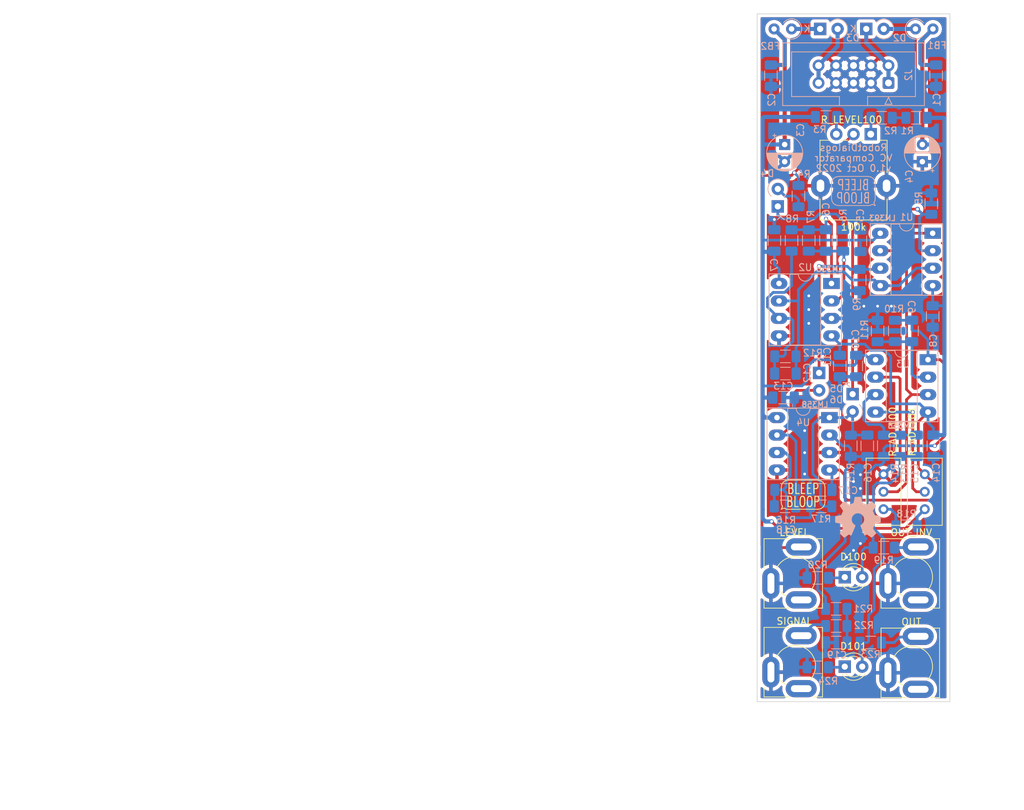
<source format=kicad_pcb>
(kicad_pcb (version 20211014) (generator pcbnew)
  (title_block (title "VC Comparator") (date "2022-10-09") (rev "1.0") (company "RobotDialogs"))
  (layers (0 "F.Cu" signal) (31 "B.Cu" signal) (34 "B.Paste" user) (35 "F.Paste" user) (36 "B.SilkS" user "B.Silkscreen") (37 "F.SilkS" user "F.Silkscreen") (38 "B.Mask" user) (39 "F.Mask" user) (44 "Edge.Cuts" user))
  (net 0 "")
  (net 1 "+12V")
  (net 2 "GND")
  (net 3 "-12V")
  (net 4 "-12VA")
  (net 5 "Net-(D3-Pad1)")
  (net 6 "+12VA")
  (net 7 "Net-(D4-Pad1)")
  (net 8 "Net-(D5-Pad1)")
  (net 9 "Net-(C15-Pad1)")
  (net 10 "Net-(C15-Pad2)")
  (net 11 "Net-(C16-Pad1)")
  (net 12 "Net-(C16-Pad2)")
  (net 13 "Net-(C18-Pad1)")
  (net 14 "Net-(C18-Pad2)")
  (net 15 "Net-(C19-Pad1)")
  (net 16 "Net-(D6-Pad1)")
  (net 17 "Net-(C6-Pad1)")
  (net 18 "Net-(C6-Pad2)")
  (net 19 "Net-(C9-Pad2)")
  (net 20 "Net-(C9-Pad1)")
  (net 21 "Net-(C12-Pad1)")
  (net 22 "Net-(C12-Pad2)")
  (net 23 "Net-(D2-Pad2)")
  (net 24 "Net-(D4-Pad2)")
  (net 25 "Net-(D100-Pad1)")
  (net 26 "Net-(D101-Pad1)")
  (net 28 "Net-(J100-PadT)")
  (net 30 "Net-(J101-PadT)")
  (net 32 "Net-(J102-PadT)")
  (net 34 "Net-(J103-PadT)")
  (net 35 "Net-(R2-Pad2)")
  (net 36 "Net-(R2-Pad1)")
  (net 37 "Net-(R3-Pad2)")
  (net 38 "Net-(R18-Pad2)")
  (net 39 "Net-(R_ADJ100-Pad2)")
  (net 40 "Net-(R_ADJ101-Pad2)")
  (footprint "My Stuff:Jack_3.5mm_MJ-355W_Vertical" (layer "F.Cu") (at 162.5 131.9)
    (fp_text reference "J101")
    (fp_text value "OUT_INV")
  )
  (footprint "Potentiometer_THT:Potentiometer_Bourns_3296W_Vertical" (layer "F.Cu") (at 158.36 116.94 90)
    (fp_text reference "R_ADJ100")
    (fp_text value "100k")
  )
  (footprint "LED_THT:LED_D3.0mm" (layer "F.Cu") (at 152.725 131.9)
    (fp_text reference "D100")
    (fp_text value "LED")
  )
  (footprint "My Stuff:Logo1" (layer "F.Cu") (at 146.65 119.9)
    (fp_text reference "LOGO101" hide)
    (fp_text value "logo1" hide)
  )
  (footprint "My Stuff:Jack_3.5mm_MJ-355W_Vertical" (layer "F.Cu") (at 162.5 144.9)
    (fp_text reference "J103")
    (fp_text value "OUT")
  )
  (footprint "My Stuff:Jack_3.5mm_MJ-355W_Vertical" (layer "F.Cu") (at 145.5 131.9)
    (fp_text reference "J100")
    (fp_text value "LEVEL")
  )
  (footprint "My Stuff:Potentiometer_Alpha_RD901F-40-00D_Single_Vertical_w_3d" (layer "F.Cu") (at 154 75 -90)
    (fp_text reference "R_LEVEL100")
    (fp_text value "100k")
  )
  (footprint "My Stuff:Jack_3.5mm_MJ-355W_Vertical" (layer "F.Cu") (at 145.5 144.8)
    (fp_text reference "J102")
    (fp_text value "SIGNAL")
  )
  (footprint "LED_THT:LED_D3.0mm" (layer "F.Cu") (at 152.725 144.9)
    (fp_text reference "D101")
    (fp_text value "LED")
  )
  (footprint "Potentiometer_THT:Potentiometer_Bourns_3296W_Vertical" (layer "F.Cu") (at 164.35 116.94 90)
    (fp_text reference "R_ADJ101")
    (fp_text value "100k")
  )
  (footprint "My Stuff:Logo2" (layer "F.Cu") (at 154 75.75)
    (fp_text reference "LOGO102" hide)
    (fp_text value "logo1" hide)
  )
  (footprint "Package_DIP:DIP-8_W7.62mm_Socket_LongPads" (layer "B.Cu") (at 164.82 100.28 180)
    (fp_text reference "U3")
    (fp_text value "LM358")
  )
  (footprint "Resistor_SMD:R_1206_3216Metric_Pad1.30x1.75mm_HandSolder" (layer "B.Cu") (at 145 82.95 90)
    (fp_text reference "R8")
    (fp_text value "100k")
  )
  (footprint "Resistor_SMD:R_1206_3216Metric_Pad1.30x1.75mm_HandSolder" (layer "B.Cu") (at 158.08 65.12)
    (fp_text reference "R2")
    (fp_text value "100k")
  )
  (footprint "Resistor_SMD:R_1206_3216Metric_Pad1.30x1.75mm_HandSolder" (layer "B.Cu") (at 156.5 141.4)
    (fp_text reference "R23")
    (fp_text value "1k")
  )
  (footprint "Capacitor_SMD:C_1206_3216Metric_Pad1.33x1.80mm_HandSolder" (layer "B.Cu") (at 155 83 -90)
    (fp_text reference "C5")
    (fp_text value "10nF")
  )
  (footprint "Capacitor_SMD:C_1206_3216Metric_Pad1.33x1.80mm_HandSolder" (layer "B.Cu") (at 163.17 112.8 90)
    (fp_text reference "C15")
    (fp_text value "10pF")
  )
  (footprint "Resistor_SMD:R_1206_3216Metric_Pad1.30x1.75mm_HandSolder" (layer "B.Cu") (at 158.4 127.6)
    (fp_text reference "R19")
    (fp_text value "1k")
  )
  (footprint "Resistor_SMD:R_1206_3216Metric_Pad1.30x1.75mm_HandSolder" (layer "B.Cu") (at 152.5 82.95 90)
    (fp_text reference "R6")
    (fp_text value "100k")
  )
  (footprint "Capacitor_SMD:C_1206_3216Metric_Pad1.33x1.80mm_HandSolder" (layer "B.Cu") (at 149.3 119.2 180)
    (fp_text reference "C17")
    (fp_text value "10nF")
  )
  (footprint "Capacitor_SMD:C_1206_3216Metric_Pad1.33x1.80mm_HandSolder" (layer "B.Cu") (at 165.6 112.8 -90)
    (fp_text reference "C14")
    (fp_text value "10nF")
  )
  (footprint "Resistor_SMD:R_1206_3216Metric_Pad1.30x1.75mm_HandSolder" (layer "B.Cu") (at 150 65)
    (fp_text reference "R3")
    (fp_text value "10k")
  )
  (footprint "Resistor_SMD:R_1206_3216Metric_Pad1.30x1.75mm_HandSolder" (layer "B.Cu") (at 154.9 88.7 90)
    (fp_text reference "R9")
    (fp_text value "100k")
  )
  (footprint "Capacitor_SMD:C_1206_3216Metric_Pad1.33x1.80mm_HandSolder" (layer "B.Cu") (at 143.84 105.79 180)
    (fp_text reference "C13")
    (fp_text value "10nF")
  )
  (footprint "Resistor_SMD:R_1206_3216Metric_Pad1.30x1.75mm_HandSolder" (layer "B.Cu") (at 163.16 65.12)
    (fp_text reference "R1")
    (fp_text value "10k")
  )
  (footprint "Capacitor_SMD:C_1206_3216Metric_Pad1.33x1.80mm_HandSolder" (layer "B.Cu") (at 150 82.95 -90)
    (fp_text reference "C6")
    (fp_text value "100nF")
  )
  (footprint "Capacitor_SMD:C_1206_3216Metric_Pad1.33x1.80mm_HandSolder" (layer "B.Cu") (at 144.1 102.3 180)
    (fp_text reference "C12")
    (fp_text value "100nF")
  )
  (footprint "Resistor_SMD:R_1206_3216Metric_Pad1.30x1.75mm_HandSolder" (layer "B.Cu") (at 146 76.5 -90)
    (fp_text reference "R4")
    (fp_text value "1k")
  )
  (footprint "Package_DIP:DIP-8_W7.62mm_Socket_LongPads" (layer "B.Cu") (at 150.5 108.7 180)
    (fp_text reference "U4")
    (fp_text value "LM358")
  )
  (footprint "Resistor_SMD:R_1206_3216Metric_Pad1.30x1.75mm_HandSolder" (layer "B.Cu") (at 147.5 82.95 -90)
    (fp_text reference "R7")
    (fp_text value "100k")
  )
  (footprint "Diode_THT:D_A-405_P2.54mm_Vertical_KathodeUp" (layer "B.Cu") (at 143 78 90)
    (fp_text reference "D4")
    (fp_text value "D")
  )
  (footprint "Resistor_SMD:R_1206_3216Metric_Pad1.30x1.75mm_HandSolder" (layer "B.Cu") (at 157.5 96.12 90)
    (fp_text reference "R11")
    (fp_text value "100k")
  )
  (footprint "Resistor_SMD:R_1206_3216Metric_Pad1.30x1.75mm_HandSolder" (layer "B.Cu") (at 160 96.1 -90)
    (fp_text reference "R10")
    (fp_text value "100k")
  )
  (footprint "Resistor_SMD:R_1206_3216Metric_Pad1.30x1.75mm_HandSolder" (layer "B.Cu") (at 148.8 145)
    (fp_text reference "R24")
    (fp_text value "1k")
  )
  (footprint "Connector_IDC:IDC-Header_2x05_P2.54mm_Vertical" (layer "B.Cu") (at 159.08 60.0525 90)
    (fp_text reference "J2")
    (fp_text value "Conn_02x05_Odd_Even")
  )
  (footprint "Diode_THT:D_A-405_P2.54mm_Vertical_KathodeUp" (layer "B.Cu") (at 149.15 52.2)
    (fp_text reference "D3")
    (fp_text value "D")
  )
  (footprint "Diode_THT:D_A-405_P2.54mm_Vertical_KathodeUp" (layer "B.Cu") (at 155.85 52.2)
    (fp_text reference "D2")
    (fp_text value "D")
  )
  (footprint "Package_DIP:DIP-8_W7.62mm_Socket_LongPads" (layer "B.Cu") (at 165.5 81.9 180)
    (fp_text reference "U1")
    (fp_text value "LM393")
  )
  (footprint "Resistor_SMD:R_1206_3216Metric_Pad1.30x1.75mm_HandSolder" (layer "B.Cu") (at 151.5 139 180)
    (fp_text reference "R22")
    (fp_text value "820")
  )
  (footprint "Capacitor_SMD:C_1206_3216Metric_Pad1.33x1.80mm_HandSolder" (layer "B.Cu") (at 142.5 82.95 -90)
    (fp_text reference "C7")
    (fp_text value "10nF")
  )
  (footprint "Resistor_SMD:R_1206_3216Metric_Pad1.30x1.75mm_HandSolder" (layer "B.Cu") (at 144.1 99.8 180)
    (fp_text reference "R12")
    (fp_text value "100k")
  )
  (footprint "Capacitor_SMD:C_1206_3216Metric_Pad1.33x1.80mm_HandSolder" (layer "B.Cu") (at 165.5 94 -90)
    (fp_text reference "C8")
    (fp_text value "10nF")
  )
  (footprint "Resistor_SMD:R_1206_3216Metric_Pad1.30x1.75mm_HandSolder" (layer "B.Cu") (at 151.5 136.5)
    (fp_text reference "R21")
    (fp_text value "100k")
  )
  (footprint "Capacitor_THT:CP_Radial_D5.0mm_P2.50mm" (layer "B.Cu") (at 144 69 -90)
    (fp_text reference "C3")
    (fp_text value "100uF")
  )
  (footprint "Resistor_SMD:R_1206_3216Metric_Pad1.30x1.75mm_HandSolder" (layer "B.Cu") (at 165.3 77.6 90)
    (fp_text reference "R5")
    (fp_text value "100k")
  )
  (footprint "Resistor_SMD:R_1206_3216Metric_Pad1.30x1.75mm_HandSolder" (layer "B.Cu") (at 161.7 124.5 180)
    (fp_text reference "R18")
    (fp_text value "100k")
  )
  (footprint "Resistor_SMD:R_1206_3216Metric_Pad1.30x1.75mm_HandSolder" (layer "B.Cu") (at 144.1 119.2 180)
    (fp_text reference "R16")
    (fp_text value "100k")
  )
  (footprint "Capacitor_SMD:C_1206_3216Metric_Pad1.33x1.80mm_HandSolder" (layer "B.Cu") (at 154.4 101.2 90)
    (fp_text reference "C10")
    (fp_text value "10nF")
  )
  (footprint "Resistor_SMD:R_1206_3216Metric_Pad1.30x1.75mm_HandSolder" (layer "B.Cu") (at 158.4 112.8 -90)
    (fp_text reference "R14")
    (fp_text value "100k")
  )
  (footprint "Symbol:OSHW-Symbol_6.7x6mm_SilkScreen" (layer "B.Cu") (at 154.65 123.2 180)
    (fp_text reference "LOGO100" hide)
    (fp_text value "Logo_Open_Hardware_Small" hide)
  )
  (footprint "Capacitor_SMD:C_1206_3216Metric_Pad1.33x1.80mm_HandSolder" (layer "B.Cu") (at 142 59 -90)
    (fp_text reference "C2")
    (fp_text value "10nF")
  )
  (footprint "Resistor_SMD:R_1206_3216Metric_Pad1.30x1.75mm_HandSolder" (layer "B.Cu") (at 148.8 132)
    (fp_text reference "R20")
    (fp_text value "1k")
  )
  (footprint "Resistor_SMD:R_1206_3216Metric_Pad1.30x1.75mm_HandSolder" (layer "B.Cu") (at 160.77 112.8 90)
    (fp_text reference "R13")
    (fp_text value "100k")
  )
  (footprint "Diode_THT:D_A-405_P2.54mm_Vertical_KathodeUp" (layer "B.Cu") (at 149 102.2 -90)
    (fp_text reference "D5")
    (fp_text value "D")
  )
  (footprint "Capacitor_SMD:C_1206_3216Metric_Pad1.33x1.80mm_HandSolder" (layer "B.Cu") (at 156 112.8 -90)
    (fp_text reference "C16")
    (fp_text value "10pF")
  )
  (footprint "Capacitor_SMD:C_1206_3216Metric_Pad1.33x1.80mm_HandSolder" (layer "B.Cu") (at 152 101.2 -90)
    (fp_text reference "C11")
    (fp_text value "10nF")
  )
  (footprint "Capacitor_SMD:C_1206_3216Metric_Pad1.33x1.80mm_HandSolder" (layer "B.Cu") (at 166 59 90)
    (fp_text reference "C1")
    (fp_text value "10nF")
  )
  (footprint "Package_DIP:DIP-8_W7.62mm_Socket_LongPads" (layer "B.Cu") (at 150.8 89.2 180)
    (fp_text reference "U2")
    (fp_text value "LM358")
  )
  (footprint "Resistor_SMD:R_1206_3216Metric_Pad1.30x1.75mm_HandSolder" (layer "B.Cu") (at 153.6 112.8 -90)
    (fp_text reference "R15")
    (fp_text value "100k")
  )
  (footprint "Capacitor_THT:CP_Radial_D5.0mm_P2.50mm" (layer "B.Cu") (at 164 71.5 90)
    (fp_text reference "C4")
    (fp_text value "100uF")
  )
  (footprint "Inductor_THT:L_Axial_L6.6mm_D2.7mm_P2.54mm_Vertical_Vishay_IM-2" (layer "B.Cu") (at 163 52.2)
    (fp_text reference "FB1")
    (fp_text value "FerriteBead")
  )
  (footprint "Resistor_SMD:R_1206_3216Metric_Pad1.30x1.75mm_HandSolder" (layer "B.Cu") (at 149.3 121.6)
    (fp_text reference "R17")
    (fp_text value "100k")
  )
  (footprint "Diode_THT:D_A-405_P2.54mm_Vertical_KathodeUp" (layer "B.Cu") (at 153.87 105.29 -90)
    (fp_text reference "D6")
    (fp_text value "D")
  )
  (footprint "Capacitor_SMD:C_1206_3216Metric_Pad1.33x1.80mm_HandSolder" (layer "B.Cu") (at 151.5 141.4 180)
    (fp_text reference "C19")
    (fp_text value "10nF")
  )
  (footprint "Inductor_THT:L_Axial_L6.6mm_D2.7mm_P2.54mm_Vertical_Vishay_IM-2" (layer "B.Cu") (at 145 52.2 180)
    (fp_text reference "FB2")
    (fp_text value "FerriteBead")
  )
  (footprint "Capacitor_SMD:C_1206_3216Metric_Pad1.33x1.80mm_HandSolder" (layer "B.Cu") (at 162.5 96.1 -90)
    (fp_text reference "C9")
    (fp_text value "10pF")
  )
  (footprint "Capacitor_SMD:C_1206_3216Metric_Pad1.33x1.80mm_HandSolder" (layer "B.Cu") (at 144.05 121.6 180)
    (fp_text reference "C18")
    (fp_text value "10pF")
  )
  (gr_rect locked (start 140 50) (end 168 150) (layer "Edge.Cuts") (width 0.1) (fill none))
  (gr_text "LM358" (at 150.5 87.1) (layer "B.SilkS") (effects (font (size 0.8 0.8)) (justify mirror)))
  (gr_text "v1.0 Oct 2022" (at 154 72.45) (layer "B.SilkS") (effects (font (size 1 1)) (justify mirror)))
  (gr_text "LM393" (at 158.2 79.7) (layer "B.SilkS") (effects (font (size 0.8 0.8)) (justify mirror)))
  (gr_text "LM358" (at 148.4 106.8) (layer "B.SilkS") (effects (font (size 0.8 0.8)) (justify mirror)))
  (gr_text "LM358" (at 160.9 109.9) (layer "B.SilkS") (effects (font (size 0.8 0.8)) (justify mirror)))
  (gr_text "RobotDialogs\n" (at 154 69.45) (layer "B.SilkS") (effects (font (size 1 1)) (justify mirror)))
  (gr_text "VC Comparator" (at 154 70.95) (layer "B.SilkS") (effects (font (size 1 1)) (justify mirror)))
  (segment (start 164.35 122.02) (end 161.57 124.8) (width 0.4) (layer "F.Cu") (net 1))
  (segment (start 144 53.74) (end 144 69) (width 0.6) (layer "F.Cu") (net 1))
  (segment (start 143.1 124.8) (end 142.1 123.8) (width 0.4) (layer "F.Cu") (net 1))
  (segment (start 161.57 124.8) (end 143.1 124.8) (width 0.4) (layer "F.Cu") (net 1))
  (segment (start 142.46 52.2) (end 144 53.74) (width 0.6) (layer "F.Cu") (net 1))
  (via (at 142.1 123.8) (size 0.6) (drill 0.4) (layers "F.Cu" "B.Cu") (net 1))
  (segment (start 143.9375 57.4375) (end 144 57.375) (width 0.6) (layer "B.Cu") (net 1))
  (segment (start 140.8 122.035021) (end 140.8 123.4) (width 0.6) (layer "B.Cu") (net 1))
  (segment (start 140.80002 108.30002) (end 140.80002 122.035001) (width 0.6) (layer "B.Cu") (net 1))
  (segment (start 140.8 123.4) (end 141.2 123.8) (width 0.6) (layer "B.Cu") (net 1))
  (segment (start 154.4 99.6375) (end 155.7625 99.6375) (width 0.4) (layer "B.Cu") (net 1))
  (segment (start 154.4 99.6375) (end 154.4 100.8) (width 0.4) (layer "B.Cu") (net 1))
  (segment (start 141 69) (end 140.80002 69.19998) (width 0.6) (layer "B.Cu") (net 1))
  (segment (start 148.3 100.3) (end 147.2 101.4) (width 0.4) (layer "B.Cu") (net 1))
  (segment (start 147.2 103.4) (end 146.5 104.1) (width 0.4) (layer "B.Cu") (net 1))
  (segment (start 147.2 101.4) (end 147.2 103.4) (width 0.4) (layer "B.Cu") (net 1))
  (segment (start 154.4 100.8) (end 154.1 101.1) (width 0.4) (layer "B.Cu") (net 1))
  (segment (start 141 65) (end 140.80002 65.19998) (width 0.6) (layer "B.Cu") (net 1))
  (segment (start 140.80002 82.89998) (end 154.99998 82.89998) (width 0.4) (layer "B.Cu") (net 1))
  (segment (start 155 82.9) (end 154.99998 82.89998) (width 0.4) (layer "B.Cu") (net 1))
  (segment (start 140.80002 105.80002) (end 140.80002 108.30002) (width 0.6) (layer "B.Cu") (net 1))
  (segment (start 150.5 100.3) (end 148.3 100.3) (width 0.4) (layer "B.Cu") (net 1))
  (segment (start 141.2 123.8) (end 142.1 123.8) (width 0.6) (layer "B.Cu") (net 1))
  (segment (start 155 84.5625) (end 155 82.9) (width 0.4) (layer "B.Cu") (net 1))
  (segment (start 154.99998 82.89998) (end 156.88002 82.89998) (width 0.4) (layer "B.Cu") (net 1))
  (segment (start 142.41252 84.59998) (end 142.5 84.5125) (width 0.6) (layer "B.Cu") (net 1))
  (segment (start 155.7625 99.6375) (end 156.405 100.28) (width 0.4) (layer "B.Cu") (net 1))
  (segment (start 140.80002 82.89998) (end 140.80002 84.59998) (width 0.6) (layer "B.Cu") (net 1))
  (segment (start 142.2775 105.79) (end 140.81004 105.79) (width 0.6) (layer "B.Cu") (net 1))
  (segment (start 144 69) (end 141 69) (width 0.6) (layer "B.Cu") (net 1))
  (segment (start 143.18 87.08) (end 142.5 86.4) (width 0.4) (layer "B.Cu") (net 1))
  (segment (start 146.5 104.1) (end 140.9 104.1) (width 0.4) (layer "B.Cu") (net 1))
  (segment (start 142.5 86.4) (end 142.5 84.5125) (width 0.4) (layer "B.Cu") (net 1))
  (segment (start 154.1 101.1) (end 151.3 101.1) (width 0.4) (layer "B.Cu") (net 1))
  (segment (start 148.45 65) (end 141 65) (width 0.6) (layer "B.Cu") (net 1))
  (segment (start 163.25 123.12) (end 164.35 122.02) (width 0.4) (layer "B.Cu") (net 1))
  (segment (start 143.18 89.2) (end 143.18 87.08) (width 0.4) (layer "B.Cu") (net 1))
  (segment (start 141.2 108.7) (end 142.88 108.7) (width 0.6) (layer "B.Cu") (net 1))
  (segment (start 163.25 124.5) (end 163.25 123.12) (width 0.4) (layer "B.Cu") (net 1))
  (segment (start 144 57.375) (end 144 53.74) (width 0.6) (layer "B.Cu") (net 1))
  (segment (start 151.3 101.1) (end 150.5 100.3) (width 0.4) (layer "B.Cu") (net 1))
  (segment (start 140.80002 122.035001) (end 140.8 122.035021) (width 0.6) (layer "B.Cu") (net 1))
  (segment (start 142 57.4375) (end 143.9375 57.4375) (width 0.6) (layer "B.Cu") (net 1))
  (segment (start 140.80002 84.59998) (end 140.80002 104.00002) (width 0.6) (layer "B.Cu") (net 1))
  (segment (start 156.405 100.28) (end 157.2 100.28) (width 0.4) (layer "B.Cu") (net 1))
  (segment (start 140.80002 65.19998) (end 140.80002 69.19998) (width 0.6) (layer "B.Cu") (net 1))
  (segment (start 156.88002 82.89998) (end 157.88 81.9) (width 0.4) (layer "B.Cu") (net 1))
  (segment (start 140.80002 108.30002) (end 141.2 108.7) (width 0.6) (layer "B.Cu") (net 1))
  (segment (start 140.80002 104.00002) (end 140.80002 105.80002) (width 0.6) (layer "B.Cu") (net 1))
  (segment (start 140.81004 105.79) (end 140.80002 105.80002) (width 0.6) (layer "B.Cu") (net 1))
  (segment (start 140.9 104.1) (end 140.80002 104.00002) (width 0.4) (layer "B.Cu") (net 1))
  (segment (start 142.46 52.2) (end 144 53.74) (width 0.6) (layer "B.Cu") (net 1))
  (segment (start 140.80002 84.59998) (end 142.41252 84.59998) (width 0.6) (layer "B.Cu") (net 1))
  (segment (start 140.80002 69.19998) (end 140.80002 82.89998) (width 0.6) (layer "B.Cu") (net 1))
  (via (at 155 119) (size 0.7) (drill 0.4) (layers "F.Cu" "B.Cu") (net 2))
  (via (at 147.5 93) (size 0.7) (drill 0.4) (layers "F.Cu" "B.Cu") (net 2))
  (via (at 142.5 79.9) (size 0.7) (drill 0.4) (layers "F.Cu" "B.Cu") (net 2))
  (via (at 159.5 92.5) (size 0.7) (drill 0.4) (layers "F.Cu" "B.Cu") (net 2))
  (via (at 153 129) (size 0.7) (drill 0.4) (layers "F.Cu" "B.Cu") (net 2))
  (via (at 154 118) (size 0.7) (drill 0.4) (layers "F.Cu" "B.Cu") (net 2))
  (via (at 155 117) (size 0.7) (drill 0.4) (layers "F.Cu" "B.Cu") (net 2))
  (via (at 146.9 113.8) (size 0.7) (drill 0.4) (layers "F.Cu" "B.Cu") (net 2))
  (via (at 147.5 91) (size 0.7) (drill 0.4) (layers "F.Cu" "B.Cu") (net 2))
  (via (at 155.5 92.5) (size 0.7) (drill 0.4) (layers "F.Cu" "B.Cu") (net 2))
  (via (at 147.5 95) (size 0.7) (drill 0.4) (layers "F.Cu" "B.Cu") (net 2))
  (via (at 155 127) (size 0.7) (drill 0.4) (layers "F.Cu" "B.Cu") (net 2))
  (via (at 146.9 110.6) (size 0.7) (drill 0.4) (layers "F.Cu" "B.Cu") (net 2))
  (via (at 154 128) (size 0.7) (drill 0.4) (layers "F.Cu" "B.Cu") (net 2))
  (via (at 146.9 116.9) (size 0.7) (drill 0.4) (layers "F.Cu" "B.Cu") (net 2))
  (via (at 157.5 92.5) (size 0.7) (drill 0.4) (layers "F.Cu" "B.Cu") (net 2))
  (segment (start 164.35 116.94) (end 163.41 116) (width 0.4) (layer "F.Cu") (net 3))
  (segment (start 164.35 116.94) (end 166 118.59) (width 0.4) (layer "F.Cu") (net 3))
  (segment (start 152.02 116.32) (end 152.6 116.9) (width 0.4) (layer "F.Cu") (net 3))
  (segment (start 152.7 117) (end 152.7 120.3) (width 0.4) (layer "F.Cu") (net 3))
  (segment (start 166 119.9) (end 165.2 120.7) (width 0.4) (layer "F.Cu") (net 3))
  (segment (start 153.1 120.7) (end 152.7 120.3) (width 0.4) (layer "F.Cu") (net 3))
  (segment (start 152.6 116.9) (end 152.7 117) (width 0.4) (layer "F.Cu") (net 3))
  (segment (start 163.41 109.31) (end 164.82 107.9) (width 0.4) (layer "F.Cu") (net 3))
  (segment (start 150.5 116.32) (end 152.02 116.32) (width 0.4) (layer "F.Cu") (net 3))
  (segment (start 163.41 116) (end 163.41 109.31) (width 0.4) (layer "F.Cu") (net 3))
  (segment (start 166 118.59) (end 166 119.9) (width 0.4) (layer "F.Cu") (net 3))
  (segment (start 165.2 120.7) (end 153.1 120.7) (width 0.4) (layer "F.Cu") (net 3))
  (segment (start 164 53.74) (end 165.54 52.2) (width 0.6) (layer "F.Cu") (net 3))
  (segment (start 164 69) (end 164 53.74) (width 0.6) (layer "F.Cu") (net 3))
  (segment (start 152 99.6375) (end 152 98.02) (width 0.4) (layer "B.Cu") (net 3))
  (segment (start 164.71 65.12) (end 167.12 65.12) (width 0.6) (layer "B.Cu") (net 3))
  (segment (start 167 69) (end 167.19998 68.80002) (width 0.6) (layer "B.Cu") (net 3))
  (segment (start 167.12 65.12) (end 167.19998 65.19998) (width 0.6) (layer "B.Cu") (net 3))
  (segment (start 156.5 98.9) (end 158.5 98.9) (width 0.4) (layer "B.Cu") (net 3))
  (segment (start 159.4 106.7) (end 163.62 106.7) (width 0.4) (layer "B.Cu") (net 3))
  (segment (start 150.8625 116.6825) (end 150.5 116.32) (width 0.4) (layer "B.Cu") (net 3))
  (segment (start 167.19998 65.19998) (end 167.19998 68.80002) (width 0.6) (layer "B.Cu") (net 3))
  (segment (start 163.62 106.7) (end 164.82 107.9) (width 0.4) (layer "B.Cu") (net 3))
  (segment (start 155.62 98.02) (end 156.5 98.9) (width 0.4) (layer "B.Cu") (net 3))
  (segment (start 167.19998 92.30002) (end 167.19998 111.19998) (width 0.6) (layer "B.Cu") (net 3))
  (segment (start 165.5 92.4375) (end 165.5 89.52) (width 0.4) (layer "B.Cu") (net 3))
  (segment (start 159.4 99.8) (end 159.4 106.7) (width 0.4) (layer "B.Cu") (net 3))
  (segment (start 165.5 92.4375) (end 167.0625 92.4375) (width 0.4) (layer "B.Cu") (net 3))
  (segment (start 167.0625 92.4375) (end 167.19998 92.30002) (width 0.4) (layer "B.Cu") (net 3))
  (segment (start 165.54 52.2) (end 163.7 54.04) (width 0.6) (layer "B.Cu") (net 3))
  (segment (start 165.6 110.2) (end 164.82 109.42) (width 0.4) (layer "B.Cu") (net 3))
  (segment (start 167.19998 68.80002) (end 167.19998 92.30002) (width 0.6) (layer "B.Cu") (net 3))
  (segment (start 165.6 111.2375) (end 165.6 110.2) (width 0.4) (layer "B.Cu") (net 3))
  (segment (start 165.6 111.2375) (end 167.16246 111.2375) (width 0.6) (layer "B.Cu") (net 3))
  (segment (start 167.16246 111.2375) (end 167.19998 111.19998) (width 0.4) (layer "B.Cu") (net 3))
  (segment (start 150.8625 119.2) (end 150.8625 116.6825) (width 0.4) (layer "B.Cu") (net 3))
  (segment (start 163.9375 57.4375) (end 163.7 57.2) (width 0.6) (layer "B.Cu") (net 3))
  (segment (start 163.7 54.04) (end 163.7 57.2) (width 0.6) (layer "B.Cu") (net 3))
  (segment (start 152 98.02) (end 155.62 98.02) (width 0.4) (layer "B.Cu") (net 3))
  (segment (start 164 69) (end 167 69) (width 0.6) (layer "B.Cu") (net 3))
  (segment (start 152 98.02) (end 150.8 96.82) (width 0.4) (layer "B.Cu") (net 3))
  (segment (start 158.5 98.9) (end 159.4 99.8) (width 0.4) (layer "B.Cu") (net 3))
  (segment (start 164.82 109.42) (end 164.82 107.9) (width 0.4) (layer "B.Cu") (net 3))
  (segment (start 166 57.4375) (end 163.9375 57.4375) (width 0.6) (layer "B.Cu") (net 3))
  (segment (start 155.85 54.23) (end 159.08 57.46) (width 0.6) (layer "B.Cu") (net 4))
  (segment (start 159.08 60) (end 159.08 57.46) (width 0.6) (layer "B.Cu") (net 4))
  (segment (start 155.85 52.2) (end 155.85 54.23) (width 0.6) (layer "B.Cu") (net 4))
  (segment (start 149.15 52.2) (end 145 52.2) (width 0.6) (layer "B.Cu") (net 5))
  (segment (start 148.92 60) (end 148.92 57.46) (width 0.6) (layer "B.Cu") (net 6))
  (segment (start 151.69 52.2) (end 151.69 54.69) (width 0.6) (layer "B.Cu") (net 6))
  (segment (start 151.69 54.69) (end 148.92 57.46) (width 0.6) (layer "B.Cu") (net 6))
  (segment (start 148.3 79.8) (end 149 79.1) (width 0.4) (layer "B.Cu") (net 7))
  (segment (start 143 78) (end 143 79.2) (width 0.4) (layer "B.Cu") (net 7))
  (segment (start 143 79.2) (end 143.6 79.8) (width 0.4) (layer "B.Cu") (net 7))
  (segment (start 152.5 80.1) (end 152.5 81.4) (width 0.4) (layer "B.Cu") (net 7))
  (segment (start 151.5 79.1) (end 152.5 80.1) (width 0.4) (layer "B.Cu") (net 7))
  (segment (start 143.6 79.8) (end 148.3 79.8) (width 0.4) (layer "B.Cu") (net 7))
  (segment (start 149 79.1) (end 151.5 79.1) (width 0.4) (layer "B.Cu") (net 7))
  (segment (start 149 102.2) (end 149 86.7) (width 0.4) (layer "F.Cu") (net 8))
  (via (at 149 86.7) (size 0.6) (drill 0.4) (layers "F.Cu" "B.Cu") (net 8))
  (segment (start 154.9 87.15) (end 157.71 87.15) (width 0.4) (layer "B.Cu") (net 8))
  (segment (start 149 86.7) (end 153.1 86.7) (width 0.4) (layer "B.Cu") (net 8))
  (segment (start 153.55 87.15) (end 154.9 87.15) (width 0.4) (layer "B.Cu") (net 8))
  (segment (start 157.71 87.15) (end 157.88 86.98) (width 0.4) (layer "B.Cu") (net 8))
  (segment (start 153.1 86.7) (end 153.55 87.15) (width 0.4) (layer "B.Cu") (net 8))
  (segment (start 160.77 103.07) (end 160.52 102.82) (width 0.4) (layer "F.Cu") (net 9))
  (segment (start 160.52 102.82) (end 157.2 102.82) (width 0.4) (layer "F.Cu") (net 9))
  (segment (start 160.77 115.77) (end 160.77 103.07) (width 0.4) (layer "F.Cu") (net 9))
  (via (at 160.77 115.77) (size 0.6) (drill 0.4) (layers "F.Cu" "B.Cu") (net 9))
  (segment (start 156.9 118.7) (end 157.4 118.2) (width 0.4) (layer "B.Cu") (net 9))
  (segment (start 160.77 114.35) (end 163.1575 114.35) (width 0.4) (layer "B.Cu") (net 9))
  (segment (start 155.265 143.565) (end 154.9 143.2) (width 0.4) (layer "B.Cu") (net 9))
  (segment (start 158.4 129.3) (end 158.4 126.3) (width 0.4) (layer "B.Cu") (net 9))
  (segment (start 156.2 141.2) (end 156.2 137.4) (width 0.4) (layer "B.Cu") (net 9))
  (segment (start 156 141.4) (end 156.2 141.2) (width 0.4) (layer "B.Cu") (net 9))
  (segment (start 154.9 141.45) (end 154.95 141.4) (width 0.4) (layer "B.Cu") (net 9))
  (segment (start 157.4 118.2) (end 159.4 118.2) (width 0.4) (layer "B.Cu") (net 9))
  (segment (start 160.77 115.77) (end 160.77 114.35) (width 0.4) (layer "B.Cu") (net 9))
  (segment (start 156.2 137.4) (end 157 136.6) (width 0.4) (layer "B.Cu") (net 9))
  (segment (start 157 130.7) (end 158.4 129.3) (width 0.4) (layer "B.Cu") (net 9))
  (segment (start 159.4 118.2) (end 160.77 116.83) (width 0.4) (layer "B.Cu") (net 9))
  (segment (start 156.9 124.8) (end 156.9 118.7) (width 0.4) (layer "B.Cu") (net 9))
  (segment (start 160.77 116.83) (end 160.77 115.77) (width 0.4) (layer "B.Cu") (net 9))
  (segment (start 158.4 126.3) (end 156.9 124.8) (width 0.4) (layer "B.Cu") (net 9))
  (segment (start 154.95 141.4) (end 156 141.4) (width 0.4) (layer "B.Cu") (net 9))
  (segment (start 157 136.6) (end 157 130.7) (width 0.4) (layer "B.Cu") (net 9))
  (segment (start 154.9 143.2) (end 154.9 141.45) (width 0.4) (layer "B.Cu") (net 9))
  (segment (start 155.265 145) (end 155.265 143.565) (width 0.4) (layer "B.Cu") (net 9))
  (segment (start 163.1575 114.35) (end 163.17 114.3625) (width 0.4) (layer "B.Cu") (net 9))
  (segment (start 156.64 105.36) (end 155.5 106.5) (width 0.4) (layer "B.Cu") (net 10))
  (segment (start 156.2 109.7) (end 157.9 109.7) (width 0.4) (layer "B.Cu") (net 10))
  (segment (start 163.17 111.2375) (end 158.4125 111.2375) (width 0.4) (layer "B.Cu") (net 10))
  (segment (start 155.5 109) (end 156.2 109.7) (width 0.4) (layer "B.Cu") (net 10))
  (segment (start 158.4 110.2) (end 157.9 109.7) (width 0.4) (layer "B.Cu") (net 10))
  (segment (start 158.4 111.25) (end 158.4 110.2) (width 0.4) (layer "B.Cu") (net 10))
  (segment (start 157.2 105.36) (end 156.64 105.36) (width 0.4) (layer "B.Cu") (net 10))
  (segment (start 155.5 106.5) (end 155.5 109) (width 0.4) (layer "B.Cu") (net 10))
  (segment (start 158.4125 111.2375) (end 158.4 111.25) (width 0.4) (layer "B.Cu") (net 10))
  (segment (start 153.6 111.25) (end 153.87 110.98) (width 0.4) (layer "B.Cu") (net 11))
  (segment (start 150.85 121.6) (end 149.6 121.6) (width 0.4) (layer "B.Cu") (net 11))
  (segment (start 148.1 109.7) (end 149.1 108.7) (width 0.4) (layer "B.Cu") (net 11))
  (segment (start 153.87 107.83) (end 153.87 110.98) (width 0.4) (layer "B.Cu") (net 11))
  (segment (start 156 111.2375) (end 153.6125 111.2375) (width 0.4) (layer "B.Cu") (net 11))
  (segment (start 149.6 121.6) (end 149.2 121.2) (width 0.4) (layer "B.Cu") (net 11))
  (segment (start 149.1 108.7) (end 150.5 108.7) (width 0.4) (layer "B.Cu") (net 11))
  (segment (start 153 108.7) (end 153.87 107.83) (width 0.4) (layer "B.Cu") (net 11))
  (segment (start 148.1 116.9) (end 148.1 109.7) (width 0.4) (layer "B.Cu") (net 11))
  (segment (start 149.2 121.2) (end 149.2 118) (width 0.4) (layer "B.Cu") (net 11))
  (segment (start 150.5 108.7) (end 153 108.7) (width 0.4) (layer "B.Cu") (net 11))
  (segment (start 149.2 118) (end 148.1 116.9) (width 0.4) (layer "B.Cu") (net 11))
  (segment (start 152.8 116.4) (end 153.4 115.8) (width 0.4) (layer "B.Cu") (net 12))
  (segment (start 153.2 112.8) (end 152.4 112.8) (width 0.4) (layer "B.Cu") (net 12))
  (segment (start 153.6125 114.3625) (end 153.6 114.35) (width 0.4) (layer "B.Cu") (net 12))
  (segment (start 153.6 114.35) (end 153.6 113.2) (width 0.4) (layer "B.Cu") (net 12))
  (segment (start 148.8 130.7) (end 152.8 126.7) (width 0.4) (layer "B.Cu") (net 12))
  (segment (start 148.8 133.7) (end 148.8 130.7) (width 0.4) (layer "B.Cu") (net 12))
  (segment (start 153.4 115.8) (end 153.4 114.55) (width 0.4) (layer "B.Cu") (net 12))
  (segment (start 149.95 136.5) (end 149.95 134.85) (width 0.4) (layer "B.Cu") (net 12))
  (segment (start 150.5 111.24) (end 150.84 111.24) (width 0.4) (layer "B.Cu") (net 12))
  (segment (start 153.6 113.2) (end 153.2 112.8) (width 0.4) (layer "B.Cu") (net 12))
  (segment (start 149.95 134.85) (end 148.8 133.7) (width 0.4) (layer "B.Cu") (net 12))
  (segment (start 152.8 126.7) (end 152.8 116.4) (width 0.4) (layer "B.Cu") (net 12))
  (segment (start 156 114.3625) (end 153.6125 114.3625) (width 0.4) (layer "B.Cu") (net 12))
  (segment (start 150.84 111.24) (end 152.4 112.8) (width 0.4) (layer "B.Cu") (net 12))
  (segment (start 153.4 114.55) (end 153.6 114.35) (width 0.4) (layer "B.Cu") (net 12))
  (segment (start 144.9 105.6) (end 145.76 104.74) (width 0.4) (layer "F.Cu") (net 13))
  (segment (start 143.56 111.24) (end 144.9 109.9) (width 0.4) (layer "F.Cu") (net 13))
  (segment (start 144.9 109.9) (end 144.9 105.6) (width 0.4) (layer "F.Cu") (net 13))
  (segment (start 142.88 111.24) (end 143.56 111.24) (width 0.4) (layer "F.Cu") (net 13))
  (segment (start 145.76 104.74) (end 149 104.74) (width 0.4) (layer "F.Cu") (net 13))
  (segment (start 145.6125 119.2375) (end 145.65 119.2) (width 0.4) (layer "B.Cu") (net 13))
  (segment (start 145.65 119.2) (end 145.65 112.15) (width 0.4) (layer "B.Cu") (net 13))
  (segment (start 144.74 111.24) (end 142.88 111.24) (width 0.4) (layer "B.Cu") (net 13))
  (segment (start 145.65 112.15) (end 144.74 111.24) (width 0.4) (layer "B.Cu") (net 13))
  (segment (start 145.6125 121.6) (end 145.6125 119.2375) (width 0.4) (layer "B.Cu") (net 13))
  (segment (start 143.8 119.2) (end 144.2 118.8) (width 0.4) (layer "B.Cu") (net 14))
  (segment (start 142.4875 119.2625) (end 142.55 119.2) (width 0.4) (layer "B.Cu") (net 14))
  (segment (start 144.25 123.25) (end 144.25 119.65) (width 0.4) (layer "B.Cu") (net 14))
  (segment (start 144.08 113.78) (end 144.8 114.5) (width 0.4) (layer "B.Cu") (net 14))
  (segment (start 142.88 113.78) (end 144.08 113.78) (width 0.4) (layer "B.Cu") (net 14))
  (segment (start 144.2 118.8) (end 144.2 117.8) (width 0.4) (layer "B.Cu") (net 14))
  (segment (start 144.8 117.2) (end 144.8 114.5) (width 0.4) (layer "B.Cu") (net 14))
  (segment (start 142.55 119.2) (end 143.8 119.2) (width 0.4) (layer "B.Cu") (net 14))
  (segment (start 147.75 123.25) (end 144.25 123.25) (width 0.4) (layer "B.Cu") (net 14))
  (segment (start 144.2 117.8) (end 144.8 117.2) (width 0.4) (layer "B.Cu") (net 14))
  (segment (start 147.75 121.6) (end 147.75 123.25) (width 0.4) (layer "B.Cu") (net 14))
  (segment (start 142.4875 121.6) (end 142.4875 119.2625) (width 0.4) (layer "B.Cu") (net 14))
  (segment (start 144.25 119.65) (end 143.8 119.2) (width 0.4) (layer "B.Cu") (net 14))
  (segment (start 153.0625 139.0125) (end 153.05 139) (width 0.4) (layer "B.Cu") (net 15))
  (segment (start 153.0625 141.4) (end 153.0625 139.0125) (width 0.4) (layer "B.Cu") (net 15))
  (segment (start 153.05 139) (end 153.05 136.5) (width 0.4) (layer "B.Cu") (net 15))
  (segment (start 163.3 78.4) (end 155.3 78.4) (width 0.4) (layer "F.Cu") (net 16))
  (segment (start 153.87 105.29) (end 153.87 79.83) (width 0.4) (layer "F.Cu") (net 16))
  (segment (start 155.3 78.4) (end 153.9 79.8) (width 0.4) (layer "F.Cu") (net 16))
  (segment (start 153.87 79.83) (end 153.9 79.8) (width 0.4) (layer "F.Cu") (net 16))
  (via (at 163.3 78.4) (size 0.7) (drill 0.4) (layers "F.Cu" "B.Cu") (net 16))
  (segment (start 163.94 84.44) (end 163.6 84.1) (width 0.4) (layer "B.Cu") (net 16))
  (segment (start 163.6 84.1) (end 163.6 79.6) (width 0.4) (layer "B.Cu") (net 16))
  (segment (start 165.5 84.44) (end 163.94 84.44) (width 0.4) (layer "B.Cu") (net 16))
  (segment (start 163.6 79.6) (end 164.05 79.15) (width 0.4) (layer "B.Cu") (net 16))
  (segment (start 164.05 79.15) (end 165.3 79.15) (width 0.4) (layer "B.Cu") (net 16))
  (segment (start 164.05 79.15) (end 163.3 78.4) (width 0.4) (layer "B.Cu") (net 16))
  (segment (start 150.8 80.6) (end 150 79.8) (width 0.4) (layer "F.Cu") (net 17))
  (segment (start 150.8 89.2) (end 150.8 80.6) (width 0.4) (layer "F.Cu") (net 17))
  (via (at 150 79.8) (size 0.6) (drill 0.4) (layers "F.Cu" "B.Cu") (net 17))
  (segment (start 150 81.3875) (end 145.0125 81.3875) (width 0.4) (layer "B.Cu") (net 17))
  (segment (start 150 79.8) (end 150 81.3875) (width 0.4) (layer "B.Cu") (net 17))
  (segment (start 145.0125 81.3875) (end 145 81.4) (width 0.4) (layer "B.Cu") (net 17))
  (segment (start 151.6 91.74) (end 152.6 90.74) (width 0.4) (layer "F.Cu") (net 18))
  (segment (start 152.6 90.74) (end 152.6 85.8) (width 0.4) (layer "F.Cu") (net 18))
  (segment (start 150.8 91.74) (end 151.6 91.74) (width 0.4) (layer "F.Cu") (net 18))
  (via (at 152.6 85.8) (size 0.6) (drill 0.4) (layers "F.Cu" "B.Cu") (net 18))
  (segment (start 152.6 84.6) (end 152.5 84.5) (width 0.4) (layer "B.Cu") (net 18))
  (segment (start 152.6 85.8) (end 152.6 84.6) (width 0.4) (layer "B.Cu") (net 18))
  (segment (start 147.5 84.5) (end 152.5 84.5) (width 0.4) (layer "B.Cu") (net 18))
  (segment (start 162.5 102.4) (end 162.92 102.82) (width 0.4) (layer "B.Cu") (net 19))
  (segment (start 162.5 97.6625) (end 162.5 102.4) (width 0.4) (layer "B.Cu") (net 19))
  (segment (start 162.92 102.82) (end 164.82 102.82) (width 0.4) (layer "B.Cu") (net 19))
  (segment (start 157.5 97.67) (end 162.4925 97.67) (width 0.4) (layer "B.Cu") (net 19))
  (segment (start 162.4925 97.67) (end 162.5 97.6625) (width 0.4) (layer "B.Cu") (net 19))
  (segment (start 167.2 111.4) (end 167.2 100.9) (width 0.4) (layer "F.Cu") (net 20))
  (segment (start 165.8 112.8) (end 167.2 111.4) (width 0.4) (layer "F.Cu") (net 20))
  (segment (start 166.58 100.28) (end 164.82 100.28) (width 0.4) (layer "F.Cu") (net 20))
  (segment (start 167.2 100.9) (end 166.58 100.28) (width 0.4) (layer "F.Cu") (net 20))
  (via (at 165.8 112.8) (size 0.6) (drill 0.4) (layers "F.Cu" "B.Cu") (net 20))
  (segment (start 158.4 114.35) (end 158.4 113.2) (width 0.4) (layer "B.Cu") (net 20))
  (segment (start 158.4 113.2) (end 158.8 112.8) (width 0.4) (layer "B.Cu") (net 20))
  (segment (start 158.4 115.2) (end 158.4 114.35) (width 0.4) (layer "B.Cu") (net 20))
  (segment (start 157.2 115.6) (end 158 115.6) (width 0.4) (layer "B.Cu") (net 20))
  (segment (start 158 115.6) (end 158.4 115.2) (width 0.4) (layer "B.Cu") (net 20))
  (segment (start 155.7 127.6) (end 156.85 127.6) (width 0.4) (layer "B.Cu") (net 20))
  (segment (start 164.82 100.28) (end 164.82 97.42) (width 0.4) (layer "B.Cu") (net 20))
  (segment (start 162.4875 94.55) (end 162.5 94.5375) (width 0.4) (layer "B.Cu") (net 20))
  (segment (start 160 94.55) (end 162.4875 94.55) (width 0.4) (layer "B.Cu") (net 20))
  (segment (start 162.5 95.9) (end 162.5 94.5375) (width 0.4) (layer "B.Cu") (net 20))
  (segment (start 155.265 132) (end 155.265 128.035) (width 0.4) (layer "B.Cu") (net 20))
  (segment (start 156 125.2) (end 156 116.8) (width 0.4) (layer "B.Cu") (net 20))
  (segment (start 162.7 96.1) (end 162.5 95.9) (width 0.4) (layer "B.Cu") (net 20))
  (segment (start 155.265 128.035) (end 155.7 127.6) (width 0.4) (layer "B.Cu") (net 20))
  (segment (start 163.5 96.1) (end 162.7 96.1) (width 0.4) (layer "B.Cu") (net 20))
  (segment (start 164.82 97.42) (end 163.5 96.1) (width 0.4) (layer "B.Cu") (net 20))
  (segment (start 156 116.8) (end 157.2 115.6) (width 0.4) (layer "B.Cu") (net 20))
  (segment (start 158.8 112.8) (end 165.8 112.8) (width 0.4) (layer "B.Cu") (net 20))
  (segment (start 156.85 127.6) (end 156.85 126.05) (width 0.4) (layer "B.Cu") (net 20))
  (segment (start 156.85 126.05) (end 156 125.2) (width 0.4) (layer "B.Cu") (net 20))
  (segment (start 152.6 87.5) (end 148.6 87.5) (width 0.4) (layer "B.Cu") (net 21))
  (segment (start 157.06 88.7) (end 153.8 88.7) (width 0.4) (layer "B.Cu") (net 21))
  (segment (start 145.96 91.74) (end 146 91.7) (width 0.4) (layer "B.Cu") (net 21))
  (segment (start 145.65 98.45) (end 146 98.1) (width 0.4) (layer "B.Cu") (net 21))
  (segment (start 163.12 86.98) (end 165.5 86.98) (width 0.4) (layer "B.Cu") (net 21))
  (segment (start 146 91.7) (end 146 98.1) (width 0.4) (layer "B.Cu") (net 21))
  (segment (start 157.88 89.52) (end 157.06 88.7) (width 0.4) (layer "B.Cu") (net 21))
  (segment (start 143.18 91.74) (end 145.96 91.74) (width 0.4) (layer "B.Cu") (net 21))
  (segment (start 146 90.1) (end 146 91.7) (width 0.4) (layer "B.Cu") (net 21))
  (segment (start 145.6625 99.8125) (end 145.65 99.8) (width 0.4) (layer "B.Cu") (net 21))
  (segment (start 145.65 99.8) (end 145.65 98.45) (width 0.4) (layer "B.Cu") (net 21))
  (segment (start 148.6 87.5) (end 146 90.1) (width 0.4) (layer "B.Cu") (net 21))
  (segment (start 157.88 89.52) (end 160.58 89.52) (width 0.4) (layer "B.Cu") (net 21))
  (segment (start 145.6625 102.3) (end 145.6625 99.8125) (width 0.4) (layer "B.Cu") (net 21))
  (segment (start 160.58 89.52) (end 163.12 86.98) (width 0.4) (layer "B.Cu") (net 21))
  (segment (start 153.8 88.7) (end 152.6 87.5) (width 0.4) (layer "B.Cu") (net 21))
  (segment (start 145 89.5) (end 144 90.5) (width 0.4) (layer "B.Cu") (net 22))
  (segment (start 142.5375 99.8125) (end 142.55 99.8) (width 0.4) (layer "B.Cu") (net 22))
  (segment (start 141.5 92.6) (end 143.18 94.28) (width 0.4) (layer "B.Cu") (net 22))
  (segment (start 144.1 98.7) (end 145.2 97.6) (width 0.4) (layer "B.Cu") (net 22))
  (segment (start 145.2 97.6) (end 145.2 94.6) (width 0.4) (layer "B.Cu") (net 22))
  (segment (start 142.323623 90.5) (end 141.5 91.323623) (width 0.4) (layer "B.Cu") (net 22))
  (segment (start 145.2 94.6) (end 144.88 94.28) (width 0.4) (layer "B.Cu") (net 22))
  (segment (start 142.5375 102.3) (end 142.5375 99.8125) (width 0.4) (layer "B.Cu") (net 22))
  (segment (start 144.1 99.5) (end 144.1 98.7) (width 0.4) (layer "B.Cu") (net 22))
  (segment (start 145 84.5) (end 145 89.5) (width 0.4) (layer "B.Cu") (net 22))
  (segment (start 144.88 94.28) (end 143.18 94.28) (width 0.4) (layer "B.Cu") (net 22))
  (segment (start 142.55 99.8) (end 143.8 99.8) (width 0.4) (layer "B.Cu") (net 22))
  (segment (start 143.8 99.8) (end 144.1 99.5) (width 0.4) (layer "B.Cu") (net 22))
  (segment (start 141.5 91.323623) (end 141.5 92.6) (width 0.4) (layer "B.Cu") (net 22))
  (segment (start 144 90.5) (end 142.323623 90.5) (width 0.4) (layer "B.Cu") (net 22))
  (segment (start 158.39 52.2) (end 163 52.2) (width 0.6) (layer "B.Cu") (net 23))
  (segment (start 146 77) (end 146 78.05) (width 0.4) (layer "B.Cu") (net 24))
  (segment (start 144.04 76.5) (end 145.5 76.5) (width 0.4) (layer "B.Cu") (net 24))
  (segment (start 143 75.46) (end 144.04 76.5) (width 0.4) (layer "B.Cu") (net 24))
  (segment (start 145.5 76.5) (end 146 77) (width 0.4) (layer "B.Cu") (net 24))
  (segment (start 152.725 132) (end 150.35 132) (width 0.4) (layer "B.Cu") (net 25))
  (segment (start 150.35 145) (end 152.725 145) (width 0.4) (layer "B.Cu") (net 26))
  (segment (start 141.1 127.6) (end 146.4 127.6) (width 0.4) (layer "F.Cu") (net 28))
  (segment (start 140.70002 73.5) (end 140.70002 127.20002) (width 0.4) (layer "F.Cu") (net 28))
  (segment (start 145 73.5) (end 140.70002 73.5) (width 0.4) (layer "F.Cu") (net 28))
  (segment (start 153.951663 67.5) (end 154 67.5) (width 0.4) (layer "F.Cu") (net 28))
  (segment (start 140.70002 127.20002) (end 141.1 127.6) (width 0.4) (layer "F.Cu") (net 28))
  (segment (start 145.4 73.1) (end 145 73.5) (width 0.4) (layer "F.Cu") (net 28))
  (segment (start 151.951663 69.5) (end 153.951663 67.5) (width 0.4) (layer "F.Cu") (net 28))
  (segment (start 149 69.5) (end 151.951663 69.5) (width 0.4) (layer "F.Cu") (net 28))
  (segment (start 145.4 73.1) (end 149 69.5) (width 0.4) (layer "F.Cu") (net 28))
  (via (at 145.4 73.1) (size 0.6) (drill 0.4) (layers "F.Cu" "B.Cu") (net 28))
  (segment (start 146 74.95) (end 146 73.7) (width 0.4) (layer "B.Cu") (net 28))
  (segment (start 146 73.7) (end 145.4 73.1) (width 0.4) (layer "B.Cu") (net 28))
  (segment (start 159.95 127.6) (end 163.4 127.6) (width 0.4) (layer "B.Cu") (net 30))
  (segment (start 148.1 138.8) (end 149.75 138.8) (width 0.4) (layer "B.Cu") (net 32))
  (segment (start 149.75 138.8) (end 149.95 139) (width 0.4) (layer "B.Cu") (net 32))
  (segment (start 146.4 140.5) (end 148.1 138.8) (width 0.4) (layer "B.Cu") (net 32))
  (segment (start 160.7 140.6) (end 163.4 140.6) (width 0.4) (layer "B.Cu") (net 34))
  (segment (start 159.9 141.4) (end 160.7 140.6) (width 0.4) (layer "B.Cu") (net 34))
  (segment (start 158.05 141.4) (end 159.9 141.4) (width 0.4) (layer "B.Cu") (net 34))
  (segment (start 159.63 65.12) (end 161.61 65.12) (width 0.4) (layer "B.Cu") (net 35))
  (segment (start 156.53 65.12) (end 156.53 67.47) (width 0.4) (layer "B.Cu") (net 36))
  (segment (start 156.53 67.47) (end 156.5 67.5) (width 0.4) (layer "B.Cu") (net 36))
  (segment (start 151.5 65.05) (end 151.55 65) (width 0.4) (layer "B.Cu") (net 37))
  (segment (start 151.5 67.5) (end 151.5 65.05) (width 0.4) (layer "B.Cu") (net 37))
  (segment (start 159.42 122.02) (end 158.36 122.02) (width 0.4) (layer "B.Cu") (net 38))
  (segment (start 160.15 122.75) (end 159.42 122.02) (width 0.4) (layer "B.Cu") (net 38))
  (segment (start 160.15 124.5) (end 160.15 122.75) (width 0.4) (layer "B.Cu") (net 38))
  (segment (start 161.7 84) (end 161.2 83.5) (width 0.4) (layer "F.Cu") (net 39))
  (segment (start 162.7 81.9) (end 161.1 83.5) (width 0.4) (layer "F.Cu") (net 39))
  (segment (start 160.16 84.44) (end 157.88 84.44) (width 0.4) (layer "F.Cu") (net 39))
  (segment (start 158.36 119.48) (end 160.42 119.48) (width 0.4) (layer "F.Cu") (net 39))
  (segment (start 161.7 106.1) (end 162.44 105.36) (width 0.4) (layer "F.Cu") (net 39))
  (segment (start 162.46 105.36) (end 161.7 104.6) (width 0.4) (layer "F.Cu") (net 39))
  (segment (start 161.7 118.2) (end 161.7 106.1) (width 0.4) (layer "F.Cu") (net 39))
  (segment (start 160.42 119.48) (end 161.7 118.2) (width 0.4) (layer "F.Cu") (net 39))
  (segment (start 161.2 83.5) (end 161.1 83.5) (width 0.4) (layer "F.Cu") (net 39))
  (segment (start 162.44 105.36) (end 164.82 105.36) (width 0.4) (layer "F.Cu") (net 39))
  (segment (start 161.1 83.5) (end 160.16 84.44) (width 0.4) (layer "F.Cu") (net 39))
  (segment (start 165.5 81.9) (end 162.7 81.9) (width 0.4) (layer "F.Cu") (net 39))
  (segment (start 161.7 104.6) (end 161.7 84) (width 0.4) (layer "F.Cu") (net 39))
  (segment (start 164.35 119.48) (end 163.12 119.48) (width 0.4) (layer "F.Cu") (net 40))
  (segment (start 162.6 107.9) (end 162.6 118.96) (width 0.4) (layer "F.Cu") (net 40))
  (segment (start 162.6 118.96) (end 163.12 119.48) (width 0.4) (layer "F.Cu") (net 40))
  (via (at 162.6 107.9) (size 0.6) (drill 0.4) (layers "F.Cu" "B.Cu") (net 40))
  (segment (start 157.2 107.9) (end 162.6 107.9) (width 0.4) (layer "B.Cu") (net 40))
  (zone locked (net 2) (net_name "GND") (layers F&B.Cu) (connect_pads (clearance 0.508)) (min_thickness 0.254) (fill yes (thermal_gap 0.508) (thermal_bridge_width 0.508))
    (polygon (pts (xy 167.5 149.5) (xy 140.5 149.5) (xy 140.5 50.5) (xy 167.5 50.5)))
  )
)
</source>
